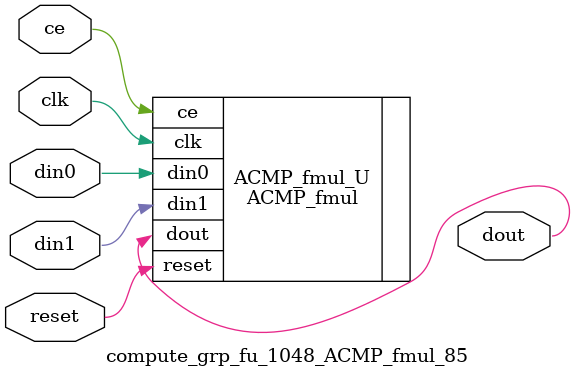
<source format=v>

`timescale 1 ns / 1 ps
module compute_grp_fu_1048_ACMP_fmul_85(
    clk,
    reset,
    ce,
    din0,
    din1,
    dout);

parameter ID = 32'd1;
parameter NUM_STAGE = 32'd1;
parameter din0_WIDTH = 32'd1;
parameter din1_WIDTH = 32'd1;
parameter dout_WIDTH = 32'd1;
input clk;
input reset;
input ce;
input[din0_WIDTH - 1:0] din0;
input[din1_WIDTH - 1:0] din1;
output[dout_WIDTH - 1:0] dout;



ACMP_fmul #(
.ID( ID ),
.NUM_STAGE( 4 ),
.din0_WIDTH( din0_WIDTH ),
.din1_WIDTH( din1_WIDTH ),
.dout_WIDTH( dout_WIDTH ))
ACMP_fmul_U(
    .clk( clk ),
    .reset( reset ),
    .ce( ce ),
    .din0( din0 ),
    .din1( din1 ),
    .dout( dout ));

endmodule

</source>
